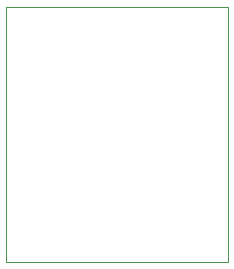
<source format=gbr>
%TF.GenerationSoftware,Altium Limited,Altium Designer,21.3.2 (30)*%
G04 Layer_Color=16711935*
%FSLAX26Y26*%
%MOIN*%
%TF.SameCoordinates,7249F2FC-C291-4BAF-AEBD-B68F3D0C2602*%
%TF.FilePolarity,Positive*%
%TF.FileFunction,Keep-out,Top*%
%TF.Part,Single*%
G01*
G75*
%TA.AperFunction,NonConductor*%
%ADD36C,0.002000*%
D36*
X3493000Y2589000D02*
Y3440000D01*
Y2589000D02*
X4235000D01*
Y3440000D01*
X3493000D02*
X4235000D01*
%TF.MD5,3d31f02ee55fe56b2e3a97807bafb8fd*%
M02*

</source>
